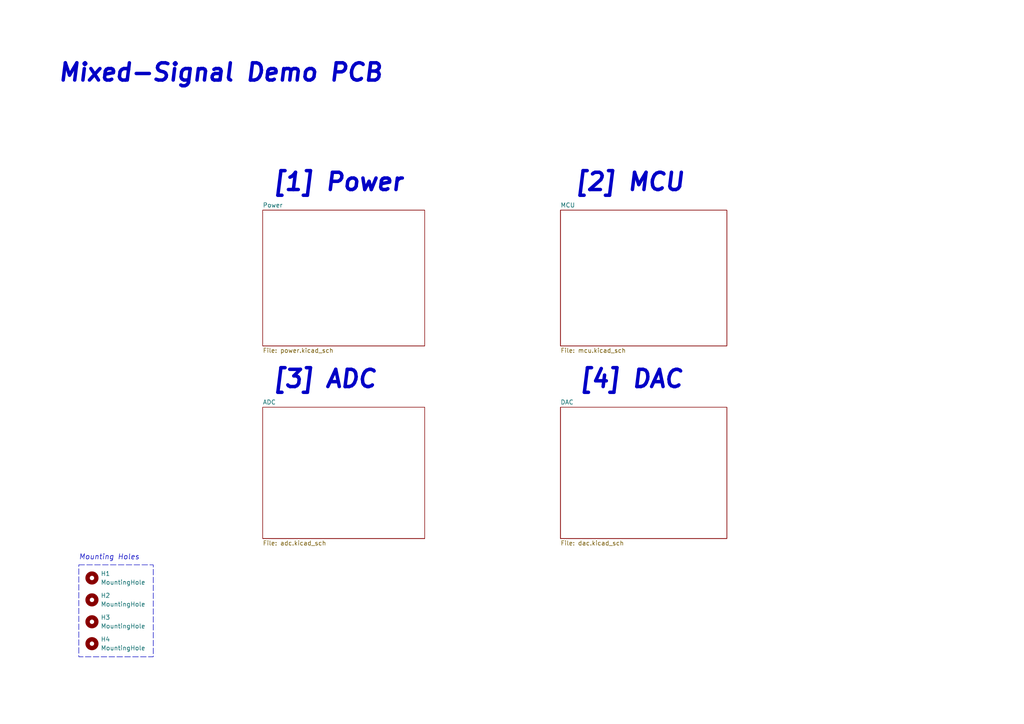
<source format=kicad_sch>
(kicad_sch (version 20230121) (generator eeschema)
  (paper "A4")
  (title_block (title "Mixed-Signal Demo PCB") (date "2023-12-25") (rev "0.1") (company "Mohamed Hambouta"))
  (lib_symbols
    (symbol "Mechanical:MountingHole" (pin_names (offset 1.016))
      (property "Reference" "H" (at 0 5.08 0))
      (property "Value" "MountingHole" (at 0 3.175 0))
      (symbol "MountingHole_0_1"
        (circle (center 0 0) (radius 1.27) (stroke (width 1.27)))
      )
    )
  )
  (rectangle (start 22.86 163.83) (end 44.45 190.5) (stroke (width 0) (type dash)))
  (text "Mounting Holes" (at 22.86 162.56 0) (effects (font (size 1.5 1.5) italic) (justify left bottom)))
  (text "[4] DAC" (at 167.64 113.03 0) (effects (font (size 5 5) (thickness 1) bold italic) (justify left bottom)))
  (text "[1] Power" (at 78.74 55.88 0) (effects (font (size 5 5) (thickness 1) bold italic) (justify left bottom)))
  (text "[3] ADC" (at 78.74 113.03 0) (effects (font (size 5 5) (thickness 1) bold italic) (justify left bottom)))
  (text "[2] MCU" (at 166.37 55.88 0) (effects (font (size 5 5) (thickness 1) bold italic) (justify left bottom)))
  (text "Mixed-Signal Demo PCB" (at 16.51 24.13 0) (effects (font (size 5 5) (thickness 1) bold italic) (justify left bottom)))
  (symbol (lib_id "Mechanical:MountingHole") (at 26.67 167.64 0) (unit 1)
    (property "Reference" "H1" (at 29.21 166.37 0) (effects (justify left)))
    (property "Value" "MountingHole" (at 29.21 168.91 0) (effects (justify left)))
    (property "Footprint" "MountingHole:MountingHole_3.2mm_M3" (effects hide))
  )
  (symbol (lib_id "Mechanical:MountingHole") (at 26.67 180.34 0) (unit 1)
    (property "Reference" "H3" (at 29.21 179.07 0) (effects (justify left)))
    (property "Value" "MountingHole" (at 29.21 181.61 0) (effects (justify left)))
    (property "Footprint" "MountingHole:MountingHole_3.2mm_M3" (effects hide))
  )
  (symbol (lib_id "Mechanical:MountingHole") (at 26.67 186.69 0) (unit 1)
    (property "Reference" "H4" (at 29.21 185.42 0) (effects (justify left)))
    (property "Value" "MountingHole" (at 29.21 187.96 0) (effects (justify left)))
    (property "Footprint" "MountingHole:MountingHole_3.2mm_M3" (effects hide))
  )
  (symbol (lib_id "Mechanical:MountingHole") (at 26.67 173.99 0) (unit 1)
    (property "Reference" "H2" (at 29.21 172.72 0) (effects (justify left)))
    (property "Value" "MountingHole" (at 29.21 175.26 0) (effects (justify left)))
    (property "Footprint" "MountingHole:MountingHole_3.2mm_M3" (effects hide))
  )
  (sheet (at 162.56 118.11) (size 48.26 38.1) (stroke (width 0.1524))
    (property "Sheetname" "DAC" (at 162.56 117.3984 0) (effects (justify left bottom)))
    (property "Sheetfile" "dac.kicad_sch" (at 162.56 156.7946 0) (effects (justify left top)))
  )
  (sheet (at 76.2 118.11) (size 46.99 38.1) (stroke (width 0.1524))
    (property "Sheetname" "ADC" (at 76.2 117.3984 0) (effects (justify left bottom)))
    (property "Sheetfile" "adc.kicad_sch" (at 76.2 156.7946 0) (effects (justify left top)))
  )
  (sheet (at 76.2 60.96) (size 46.99 39.37) (stroke (width 0.1524))
    (property "Sheetname" "Power" (at 76.2 60.2484 0) (effects (justify left bottom)))
    (property "Sheetfile" "power.kicad_sch" (at 76.2 100.9146 0) (effects (justify left top)))
  )
  (sheet (at 162.56 60.96) (size 48.26 39.37) (stroke (width 0.1524))
    (property "Sheetname" "MCU" (at 162.56 60.2484 0) (effects (justify left bottom)))
    (property "Sheetfile" "mcu.kicad_sch" (at 162.56 100.9146 0) (effects (justify left top)))
  )
)
</source>
